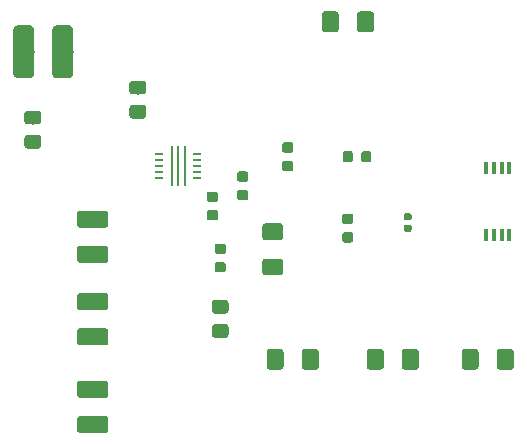
<source format=gbr>
G04 #@! TF.GenerationSoftware,KiCad,Pcbnew,(5.1.4)-1*
G04 #@! TF.CreationDate,2020-02-03T09:21:52-06:00*
G04 #@! TF.ProjectId,Boost,426f6f73-742e-46b6-9963-61645f706362,rev?*
G04 #@! TF.SameCoordinates,Original*
G04 #@! TF.FileFunction,Paste,Top*
G04 #@! TF.FilePolarity,Positive*
%FSLAX46Y46*%
G04 Gerber Fmt 4.6, Leading zero omitted, Abs format (unit mm)*
G04 Created by KiCad (PCBNEW (5.1.4)-1) date 2020-02-03 09:21:52*
%MOMM*%
%LPD*%
G04 APERTURE LIST*
%ADD10C,0.100000*%
%ADD11C,0.875000*%
%ADD12R,0.356000X1.016000*%
%ADD13C,1.800000*%
%ADD14C,1.150000*%
%ADD15C,1.425000*%
%ADD16C,0.590000*%
%ADD17R,0.700000X0.250000*%
%ADD18R,0.250000X3.400000*%
G04 APERTURE END LIST*
D10*
G36*
X143762291Y-99766653D02*
G01*
X143783526Y-99769803D01*
X143804350Y-99775019D01*
X143824562Y-99782251D01*
X143843968Y-99791430D01*
X143862381Y-99802466D01*
X143879624Y-99815254D01*
X143895530Y-99829670D01*
X143909946Y-99845576D01*
X143922734Y-99862819D01*
X143933770Y-99881232D01*
X143942949Y-99900638D01*
X143950181Y-99920850D01*
X143955397Y-99941674D01*
X143958547Y-99962909D01*
X143959600Y-99984350D01*
X143959600Y-100421850D01*
X143958547Y-100443291D01*
X143955397Y-100464526D01*
X143950181Y-100485350D01*
X143942949Y-100505562D01*
X143933770Y-100524968D01*
X143922734Y-100543381D01*
X143909946Y-100560624D01*
X143895530Y-100576530D01*
X143879624Y-100590946D01*
X143862381Y-100603734D01*
X143843968Y-100614770D01*
X143824562Y-100623949D01*
X143804350Y-100631181D01*
X143783526Y-100636397D01*
X143762291Y-100639547D01*
X143740850Y-100640600D01*
X143228350Y-100640600D01*
X143206909Y-100639547D01*
X143185674Y-100636397D01*
X143164850Y-100631181D01*
X143144638Y-100623949D01*
X143125232Y-100614770D01*
X143106819Y-100603734D01*
X143089576Y-100590946D01*
X143073670Y-100576530D01*
X143059254Y-100560624D01*
X143046466Y-100543381D01*
X143035430Y-100524968D01*
X143026251Y-100505562D01*
X143019019Y-100485350D01*
X143013803Y-100464526D01*
X143010653Y-100443291D01*
X143009600Y-100421850D01*
X143009600Y-99984350D01*
X143010653Y-99962909D01*
X143013803Y-99941674D01*
X143019019Y-99920850D01*
X143026251Y-99900638D01*
X143035430Y-99881232D01*
X143046466Y-99862819D01*
X143059254Y-99845576D01*
X143073670Y-99829670D01*
X143089576Y-99815254D01*
X143106819Y-99802466D01*
X143125232Y-99791430D01*
X143144638Y-99782251D01*
X143164850Y-99775019D01*
X143185674Y-99769803D01*
X143206909Y-99766653D01*
X143228350Y-99765600D01*
X143740850Y-99765600D01*
X143762291Y-99766653D01*
X143762291Y-99766653D01*
G37*
D11*
X143484600Y-100203100D03*
D10*
G36*
X143762291Y-98191653D02*
G01*
X143783526Y-98194803D01*
X143804350Y-98200019D01*
X143824562Y-98207251D01*
X143843968Y-98216430D01*
X143862381Y-98227466D01*
X143879624Y-98240254D01*
X143895530Y-98254670D01*
X143909946Y-98270576D01*
X143922734Y-98287819D01*
X143933770Y-98306232D01*
X143942949Y-98325638D01*
X143950181Y-98345850D01*
X143955397Y-98366674D01*
X143958547Y-98387909D01*
X143959600Y-98409350D01*
X143959600Y-98846850D01*
X143958547Y-98868291D01*
X143955397Y-98889526D01*
X143950181Y-98910350D01*
X143942949Y-98930562D01*
X143933770Y-98949968D01*
X143922734Y-98968381D01*
X143909946Y-98985624D01*
X143895530Y-99001530D01*
X143879624Y-99015946D01*
X143862381Y-99028734D01*
X143843968Y-99039770D01*
X143824562Y-99048949D01*
X143804350Y-99056181D01*
X143783526Y-99061397D01*
X143762291Y-99064547D01*
X143740850Y-99065600D01*
X143228350Y-99065600D01*
X143206909Y-99064547D01*
X143185674Y-99061397D01*
X143164850Y-99056181D01*
X143144638Y-99048949D01*
X143125232Y-99039770D01*
X143106819Y-99028734D01*
X143089576Y-99015946D01*
X143073670Y-99001530D01*
X143059254Y-98985624D01*
X143046466Y-98968381D01*
X143035430Y-98949968D01*
X143026251Y-98930562D01*
X143019019Y-98910350D01*
X143013803Y-98889526D01*
X143010653Y-98868291D01*
X143009600Y-98846850D01*
X143009600Y-98409350D01*
X143010653Y-98387909D01*
X143013803Y-98366674D01*
X143019019Y-98345850D01*
X143026251Y-98325638D01*
X143035430Y-98306232D01*
X143046466Y-98287819D01*
X143059254Y-98270576D01*
X143073670Y-98254670D01*
X143089576Y-98240254D01*
X143106819Y-98227466D01*
X143125232Y-98216430D01*
X143144638Y-98207251D01*
X143164850Y-98200019D01*
X143185674Y-98194803D01*
X143206909Y-98191653D01*
X143228350Y-98190600D01*
X143740850Y-98190600D01*
X143762291Y-98191653D01*
X143762291Y-98191653D01*
G37*
D11*
X143484600Y-98628100D03*
D10*
G36*
X146327691Y-98064853D02*
G01*
X146348926Y-98068003D01*
X146369750Y-98073219D01*
X146389962Y-98080451D01*
X146409368Y-98089630D01*
X146427781Y-98100666D01*
X146445024Y-98113454D01*
X146460930Y-98127870D01*
X146475346Y-98143776D01*
X146488134Y-98161019D01*
X146499170Y-98179432D01*
X146508349Y-98198838D01*
X146515581Y-98219050D01*
X146520797Y-98239874D01*
X146523947Y-98261109D01*
X146525000Y-98282550D01*
X146525000Y-98720050D01*
X146523947Y-98741491D01*
X146520797Y-98762726D01*
X146515581Y-98783550D01*
X146508349Y-98803762D01*
X146499170Y-98823168D01*
X146488134Y-98841581D01*
X146475346Y-98858824D01*
X146460930Y-98874730D01*
X146445024Y-98889146D01*
X146427781Y-98901934D01*
X146409368Y-98912970D01*
X146389962Y-98922149D01*
X146369750Y-98929381D01*
X146348926Y-98934597D01*
X146327691Y-98937747D01*
X146306250Y-98938800D01*
X145793750Y-98938800D01*
X145772309Y-98937747D01*
X145751074Y-98934597D01*
X145730250Y-98929381D01*
X145710038Y-98922149D01*
X145690632Y-98912970D01*
X145672219Y-98901934D01*
X145654976Y-98889146D01*
X145639070Y-98874730D01*
X145624654Y-98858824D01*
X145611866Y-98841581D01*
X145600830Y-98823168D01*
X145591651Y-98803762D01*
X145584419Y-98783550D01*
X145579203Y-98762726D01*
X145576053Y-98741491D01*
X145575000Y-98720050D01*
X145575000Y-98282550D01*
X145576053Y-98261109D01*
X145579203Y-98239874D01*
X145584419Y-98219050D01*
X145591651Y-98198838D01*
X145600830Y-98179432D01*
X145611866Y-98161019D01*
X145624654Y-98143776D01*
X145639070Y-98127870D01*
X145654976Y-98113454D01*
X145672219Y-98100666D01*
X145690632Y-98089630D01*
X145710038Y-98080451D01*
X145730250Y-98073219D01*
X145751074Y-98068003D01*
X145772309Y-98064853D01*
X145793750Y-98063800D01*
X146306250Y-98063800D01*
X146327691Y-98064853D01*
X146327691Y-98064853D01*
G37*
D11*
X146050000Y-98501300D03*
D10*
G36*
X146327691Y-96489853D02*
G01*
X146348926Y-96493003D01*
X146369750Y-96498219D01*
X146389962Y-96505451D01*
X146409368Y-96514630D01*
X146427781Y-96525666D01*
X146445024Y-96538454D01*
X146460930Y-96552870D01*
X146475346Y-96568776D01*
X146488134Y-96586019D01*
X146499170Y-96604432D01*
X146508349Y-96623838D01*
X146515581Y-96644050D01*
X146520797Y-96664874D01*
X146523947Y-96686109D01*
X146525000Y-96707550D01*
X146525000Y-97145050D01*
X146523947Y-97166491D01*
X146520797Y-97187726D01*
X146515581Y-97208550D01*
X146508349Y-97228762D01*
X146499170Y-97248168D01*
X146488134Y-97266581D01*
X146475346Y-97283824D01*
X146460930Y-97299730D01*
X146445024Y-97314146D01*
X146427781Y-97326934D01*
X146409368Y-97337970D01*
X146389962Y-97347149D01*
X146369750Y-97354381D01*
X146348926Y-97359597D01*
X146327691Y-97362747D01*
X146306250Y-97363800D01*
X145793750Y-97363800D01*
X145772309Y-97362747D01*
X145751074Y-97359597D01*
X145730250Y-97354381D01*
X145710038Y-97347149D01*
X145690632Y-97337970D01*
X145672219Y-97326934D01*
X145654976Y-97314146D01*
X145639070Y-97299730D01*
X145624654Y-97283824D01*
X145611866Y-97266581D01*
X145600830Y-97248168D01*
X145591651Y-97228762D01*
X145584419Y-97208550D01*
X145579203Y-97187726D01*
X145576053Y-97166491D01*
X145575000Y-97145050D01*
X145575000Y-96707550D01*
X145576053Y-96686109D01*
X145579203Y-96664874D01*
X145584419Y-96644050D01*
X145591651Y-96623838D01*
X145600830Y-96604432D01*
X145611866Y-96586019D01*
X145624654Y-96568776D01*
X145639070Y-96552870D01*
X145654976Y-96538454D01*
X145672219Y-96525666D01*
X145690632Y-96514630D01*
X145710038Y-96505451D01*
X145730250Y-96498219D01*
X145751074Y-96493003D01*
X145772309Y-96489853D01*
X145793750Y-96488800D01*
X146306250Y-96488800D01*
X146327691Y-96489853D01*
X146327691Y-96489853D01*
G37*
D11*
X146050000Y-96926300D03*
D10*
G36*
X155217691Y-100061053D02*
G01*
X155238926Y-100064203D01*
X155259750Y-100069419D01*
X155279962Y-100076651D01*
X155299368Y-100085830D01*
X155317781Y-100096866D01*
X155335024Y-100109654D01*
X155350930Y-100124070D01*
X155365346Y-100139976D01*
X155378134Y-100157219D01*
X155389170Y-100175632D01*
X155398349Y-100195038D01*
X155405581Y-100215250D01*
X155410797Y-100236074D01*
X155413947Y-100257309D01*
X155415000Y-100278750D01*
X155415000Y-100716250D01*
X155413947Y-100737691D01*
X155410797Y-100758926D01*
X155405581Y-100779750D01*
X155398349Y-100799962D01*
X155389170Y-100819368D01*
X155378134Y-100837781D01*
X155365346Y-100855024D01*
X155350930Y-100870930D01*
X155335024Y-100885346D01*
X155317781Y-100898134D01*
X155299368Y-100909170D01*
X155279962Y-100918349D01*
X155259750Y-100925581D01*
X155238926Y-100930797D01*
X155217691Y-100933947D01*
X155196250Y-100935000D01*
X154683750Y-100935000D01*
X154662309Y-100933947D01*
X154641074Y-100930797D01*
X154620250Y-100925581D01*
X154600038Y-100918349D01*
X154580632Y-100909170D01*
X154562219Y-100898134D01*
X154544976Y-100885346D01*
X154529070Y-100870930D01*
X154514654Y-100855024D01*
X154501866Y-100837781D01*
X154490830Y-100819368D01*
X154481651Y-100799962D01*
X154474419Y-100779750D01*
X154469203Y-100758926D01*
X154466053Y-100737691D01*
X154465000Y-100716250D01*
X154465000Y-100278750D01*
X154466053Y-100257309D01*
X154469203Y-100236074D01*
X154474419Y-100215250D01*
X154481651Y-100195038D01*
X154490830Y-100175632D01*
X154501866Y-100157219D01*
X154514654Y-100139976D01*
X154529070Y-100124070D01*
X154544976Y-100109654D01*
X154562219Y-100096866D01*
X154580632Y-100085830D01*
X154600038Y-100076651D01*
X154620250Y-100069419D01*
X154641074Y-100064203D01*
X154662309Y-100061053D01*
X154683750Y-100060000D01*
X155196250Y-100060000D01*
X155217691Y-100061053D01*
X155217691Y-100061053D01*
G37*
D11*
X154940000Y-100497500D03*
D10*
G36*
X155217691Y-101636053D02*
G01*
X155238926Y-101639203D01*
X155259750Y-101644419D01*
X155279962Y-101651651D01*
X155299368Y-101660830D01*
X155317781Y-101671866D01*
X155335024Y-101684654D01*
X155350930Y-101699070D01*
X155365346Y-101714976D01*
X155378134Y-101732219D01*
X155389170Y-101750632D01*
X155398349Y-101770038D01*
X155405581Y-101790250D01*
X155410797Y-101811074D01*
X155413947Y-101832309D01*
X155415000Y-101853750D01*
X155415000Y-102291250D01*
X155413947Y-102312691D01*
X155410797Y-102333926D01*
X155405581Y-102354750D01*
X155398349Y-102374962D01*
X155389170Y-102394368D01*
X155378134Y-102412781D01*
X155365346Y-102430024D01*
X155350930Y-102445930D01*
X155335024Y-102460346D01*
X155317781Y-102473134D01*
X155299368Y-102484170D01*
X155279962Y-102493349D01*
X155259750Y-102500581D01*
X155238926Y-102505797D01*
X155217691Y-102508947D01*
X155196250Y-102510000D01*
X154683750Y-102510000D01*
X154662309Y-102508947D01*
X154641074Y-102505797D01*
X154620250Y-102500581D01*
X154600038Y-102493349D01*
X154580632Y-102484170D01*
X154562219Y-102473134D01*
X154544976Y-102460346D01*
X154529070Y-102445930D01*
X154514654Y-102430024D01*
X154501866Y-102412781D01*
X154490830Y-102394368D01*
X154481651Y-102374962D01*
X154474419Y-102354750D01*
X154469203Y-102333926D01*
X154466053Y-102312691D01*
X154465000Y-102291250D01*
X154465000Y-101853750D01*
X154466053Y-101832309D01*
X154469203Y-101811074D01*
X154474419Y-101790250D01*
X154481651Y-101770038D01*
X154490830Y-101750632D01*
X154501866Y-101732219D01*
X154514654Y-101714976D01*
X154529070Y-101699070D01*
X154544976Y-101684654D01*
X154562219Y-101671866D01*
X154580632Y-101660830D01*
X154600038Y-101651651D01*
X154620250Y-101644419D01*
X154641074Y-101639203D01*
X154662309Y-101636053D01*
X154683750Y-101635000D01*
X155196250Y-101635000D01*
X155217691Y-101636053D01*
X155217691Y-101636053D01*
G37*
D11*
X154940000Y-102072500D03*
D10*
G36*
X155177691Y-94776053D02*
G01*
X155198926Y-94779203D01*
X155219750Y-94784419D01*
X155239962Y-94791651D01*
X155259368Y-94800830D01*
X155277781Y-94811866D01*
X155295024Y-94824654D01*
X155310930Y-94839070D01*
X155325346Y-94854976D01*
X155338134Y-94872219D01*
X155349170Y-94890632D01*
X155358349Y-94910038D01*
X155365581Y-94930250D01*
X155370797Y-94951074D01*
X155373947Y-94972309D01*
X155375000Y-94993750D01*
X155375000Y-95506250D01*
X155373947Y-95527691D01*
X155370797Y-95548926D01*
X155365581Y-95569750D01*
X155358349Y-95589962D01*
X155349170Y-95609368D01*
X155338134Y-95627781D01*
X155325346Y-95645024D01*
X155310930Y-95660930D01*
X155295024Y-95675346D01*
X155277781Y-95688134D01*
X155259368Y-95699170D01*
X155239962Y-95708349D01*
X155219750Y-95715581D01*
X155198926Y-95720797D01*
X155177691Y-95723947D01*
X155156250Y-95725000D01*
X154718750Y-95725000D01*
X154697309Y-95723947D01*
X154676074Y-95720797D01*
X154655250Y-95715581D01*
X154635038Y-95708349D01*
X154615632Y-95699170D01*
X154597219Y-95688134D01*
X154579976Y-95675346D01*
X154564070Y-95660930D01*
X154549654Y-95645024D01*
X154536866Y-95627781D01*
X154525830Y-95609368D01*
X154516651Y-95589962D01*
X154509419Y-95569750D01*
X154504203Y-95548926D01*
X154501053Y-95527691D01*
X154500000Y-95506250D01*
X154500000Y-94993750D01*
X154501053Y-94972309D01*
X154504203Y-94951074D01*
X154509419Y-94930250D01*
X154516651Y-94910038D01*
X154525830Y-94890632D01*
X154536866Y-94872219D01*
X154549654Y-94854976D01*
X154564070Y-94839070D01*
X154579976Y-94824654D01*
X154597219Y-94811866D01*
X154615632Y-94800830D01*
X154635038Y-94791651D01*
X154655250Y-94784419D01*
X154676074Y-94779203D01*
X154697309Y-94776053D01*
X154718750Y-94775000D01*
X155156250Y-94775000D01*
X155177691Y-94776053D01*
X155177691Y-94776053D01*
G37*
D11*
X154937500Y-95250000D03*
D10*
G36*
X156752691Y-94776053D02*
G01*
X156773926Y-94779203D01*
X156794750Y-94784419D01*
X156814962Y-94791651D01*
X156834368Y-94800830D01*
X156852781Y-94811866D01*
X156870024Y-94824654D01*
X156885930Y-94839070D01*
X156900346Y-94854976D01*
X156913134Y-94872219D01*
X156924170Y-94890632D01*
X156933349Y-94910038D01*
X156940581Y-94930250D01*
X156945797Y-94951074D01*
X156948947Y-94972309D01*
X156950000Y-94993750D01*
X156950000Y-95506250D01*
X156948947Y-95527691D01*
X156945797Y-95548926D01*
X156940581Y-95569750D01*
X156933349Y-95589962D01*
X156924170Y-95609368D01*
X156913134Y-95627781D01*
X156900346Y-95645024D01*
X156885930Y-95660930D01*
X156870024Y-95675346D01*
X156852781Y-95688134D01*
X156834368Y-95699170D01*
X156814962Y-95708349D01*
X156794750Y-95715581D01*
X156773926Y-95720797D01*
X156752691Y-95723947D01*
X156731250Y-95725000D01*
X156293750Y-95725000D01*
X156272309Y-95723947D01*
X156251074Y-95720797D01*
X156230250Y-95715581D01*
X156210038Y-95708349D01*
X156190632Y-95699170D01*
X156172219Y-95688134D01*
X156154976Y-95675346D01*
X156139070Y-95660930D01*
X156124654Y-95645024D01*
X156111866Y-95627781D01*
X156100830Y-95609368D01*
X156091651Y-95589962D01*
X156084419Y-95569750D01*
X156079203Y-95548926D01*
X156076053Y-95527691D01*
X156075000Y-95506250D01*
X156075000Y-94993750D01*
X156076053Y-94972309D01*
X156079203Y-94951074D01*
X156084419Y-94930250D01*
X156091651Y-94910038D01*
X156100830Y-94890632D01*
X156111866Y-94872219D01*
X156124654Y-94854976D01*
X156139070Y-94839070D01*
X156154976Y-94824654D01*
X156172219Y-94811866D01*
X156190632Y-94800830D01*
X156210038Y-94791651D01*
X156230250Y-94784419D01*
X156251074Y-94779203D01*
X156272309Y-94776053D01*
X156293750Y-94775000D01*
X156731250Y-94775000D01*
X156752691Y-94776053D01*
X156752691Y-94776053D01*
G37*
D11*
X156512500Y-95250000D03*
D10*
G36*
X150137691Y-95601053D02*
G01*
X150158926Y-95604203D01*
X150179750Y-95609419D01*
X150199962Y-95616651D01*
X150219368Y-95625830D01*
X150237781Y-95636866D01*
X150255024Y-95649654D01*
X150270930Y-95664070D01*
X150285346Y-95679976D01*
X150298134Y-95697219D01*
X150309170Y-95715632D01*
X150318349Y-95735038D01*
X150325581Y-95755250D01*
X150330797Y-95776074D01*
X150333947Y-95797309D01*
X150335000Y-95818750D01*
X150335000Y-96256250D01*
X150333947Y-96277691D01*
X150330797Y-96298926D01*
X150325581Y-96319750D01*
X150318349Y-96339962D01*
X150309170Y-96359368D01*
X150298134Y-96377781D01*
X150285346Y-96395024D01*
X150270930Y-96410930D01*
X150255024Y-96425346D01*
X150237781Y-96438134D01*
X150219368Y-96449170D01*
X150199962Y-96458349D01*
X150179750Y-96465581D01*
X150158926Y-96470797D01*
X150137691Y-96473947D01*
X150116250Y-96475000D01*
X149603750Y-96475000D01*
X149582309Y-96473947D01*
X149561074Y-96470797D01*
X149540250Y-96465581D01*
X149520038Y-96458349D01*
X149500632Y-96449170D01*
X149482219Y-96438134D01*
X149464976Y-96425346D01*
X149449070Y-96410930D01*
X149434654Y-96395024D01*
X149421866Y-96377781D01*
X149410830Y-96359368D01*
X149401651Y-96339962D01*
X149394419Y-96319750D01*
X149389203Y-96298926D01*
X149386053Y-96277691D01*
X149385000Y-96256250D01*
X149385000Y-95818750D01*
X149386053Y-95797309D01*
X149389203Y-95776074D01*
X149394419Y-95755250D01*
X149401651Y-95735038D01*
X149410830Y-95715632D01*
X149421866Y-95697219D01*
X149434654Y-95679976D01*
X149449070Y-95664070D01*
X149464976Y-95649654D01*
X149482219Y-95636866D01*
X149500632Y-95625830D01*
X149520038Y-95616651D01*
X149540250Y-95609419D01*
X149561074Y-95604203D01*
X149582309Y-95601053D01*
X149603750Y-95600000D01*
X150116250Y-95600000D01*
X150137691Y-95601053D01*
X150137691Y-95601053D01*
G37*
D11*
X149860000Y-96037500D03*
D10*
G36*
X150137691Y-94026053D02*
G01*
X150158926Y-94029203D01*
X150179750Y-94034419D01*
X150199962Y-94041651D01*
X150219368Y-94050830D01*
X150237781Y-94061866D01*
X150255024Y-94074654D01*
X150270930Y-94089070D01*
X150285346Y-94104976D01*
X150298134Y-94122219D01*
X150309170Y-94140632D01*
X150318349Y-94160038D01*
X150325581Y-94180250D01*
X150330797Y-94201074D01*
X150333947Y-94222309D01*
X150335000Y-94243750D01*
X150335000Y-94681250D01*
X150333947Y-94702691D01*
X150330797Y-94723926D01*
X150325581Y-94744750D01*
X150318349Y-94764962D01*
X150309170Y-94784368D01*
X150298134Y-94802781D01*
X150285346Y-94820024D01*
X150270930Y-94835930D01*
X150255024Y-94850346D01*
X150237781Y-94863134D01*
X150219368Y-94874170D01*
X150199962Y-94883349D01*
X150179750Y-94890581D01*
X150158926Y-94895797D01*
X150137691Y-94898947D01*
X150116250Y-94900000D01*
X149603750Y-94900000D01*
X149582309Y-94898947D01*
X149561074Y-94895797D01*
X149540250Y-94890581D01*
X149520038Y-94883349D01*
X149500632Y-94874170D01*
X149482219Y-94863134D01*
X149464976Y-94850346D01*
X149449070Y-94835930D01*
X149434654Y-94820024D01*
X149421866Y-94802781D01*
X149410830Y-94784368D01*
X149401651Y-94764962D01*
X149394419Y-94744750D01*
X149389203Y-94723926D01*
X149386053Y-94702691D01*
X149385000Y-94681250D01*
X149385000Y-94243750D01*
X149386053Y-94222309D01*
X149389203Y-94201074D01*
X149394419Y-94180250D01*
X149401651Y-94160038D01*
X149410830Y-94140632D01*
X149421866Y-94122219D01*
X149434654Y-94104976D01*
X149449070Y-94089070D01*
X149464976Y-94074654D01*
X149482219Y-94061866D01*
X149500632Y-94050830D01*
X149520038Y-94041651D01*
X149540250Y-94034419D01*
X149561074Y-94029203D01*
X149582309Y-94026053D01*
X149603750Y-94025000D01*
X150116250Y-94025000D01*
X150137691Y-94026053D01*
X150137691Y-94026053D01*
G37*
D11*
X149860000Y-94462500D03*
D10*
G36*
X144422691Y-104171053D02*
G01*
X144443926Y-104174203D01*
X144464750Y-104179419D01*
X144484962Y-104186651D01*
X144504368Y-104195830D01*
X144522781Y-104206866D01*
X144540024Y-104219654D01*
X144555930Y-104234070D01*
X144570346Y-104249976D01*
X144583134Y-104267219D01*
X144594170Y-104285632D01*
X144603349Y-104305038D01*
X144610581Y-104325250D01*
X144615797Y-104346074D01*
X144618947Y-104367309D01*
X144620000Y-104388750D01*
X144620000Y-104826250D01*
X144618947Y-104847691D01*
X144615797Y-104868926D01*
X144610581Y-104889750D01*
X144603349Y-104909962D01*
X144594170Y-104929368D01*
X144583134Y-104947781D01*
X144570346Y-104965024D01*
X144555930Y-104980930D01*
X144540024Y-104995346D01*
X144522781Y-105008134D01*
X144504368Y-105019170D01*
X144484962Y-105028349D01*
X144464750Y-105035581D01*
X144443926Y-105040797D01*
X144422691Y-105043947D01*
X144401250Y-105045000D01*
X143888750Y-105045000D01*
X143867309Y-105043947D01*
X143846074Y-105040797D01*
X143825250Y-105035581D01*
X143805038Y-105028349D01*
X143785632Y-105019170D01*
X143767219Y-105008134D01*
X143749976Y-104995346D01*
X143734070Y-104980930D01*
X143719654Y-104965024D01*
X143706866Y-104947781D01*
X143695830Y-104929368D01*
X143686651Y-104909962D01*
X143679419Y-104889750D01*
X143674203Y-104868926D01*
X143671053Y-104847691D01*
X143670000Y-104826250D01*
X143670000Y-104388750D01*
X143671053Y-104367309D01*
X143674203Y-104346074D01*
X143679419Y-104325250D01*
X143686651Y-104305038D01*
X143695830Y-104285632D01*
X143706866Y-104267219D01*
X143719654Y-104249976D01*
X143734070Y-104234070D01*
X143749976Y-104219654D01*
X143767219Y-104206866D01*
X143785632Y-104195830D01*
X143805038Y-104186651D01*
X143825250Y-104179419D01*
X143846074Y-104174203D01*
X143867309Y-104171053D01*
X143888750Y-104170000D01*
X144401250Y-104170000D01*
X144422691Y-104171053D01*
X144422691Y-104171053D01*
G37*
D11*
X144145000Y-104607500D03*
D10*
G36*
X144422691Y-102596053D02*
G01*
X144443926Y-102599203D01*
X144464750Y-102604419D01*
X144484962Y-102611651D01*
X144504368Y-102620830D01*
X144522781Y-102631866D01*
X144540024Y-102644654D01*
X144555930Y-102659070D01*
X144570346Y-102674976D01*
X144583134Y-102692219D01*
X144594170Y-102710632D01*
X144603349Y-102730038D01*
X144610581Y-102750250D01*
X144615797Y-102771074D01*
X144618947Y-102792309D01*
X144620000Y-102813750D01*
X144620000Y-103251250D01*
X144618947Y-103272691D01*
X144615797Y-103293926D01*
X144610581Y-103314750D01*
X144603349Y-103334962D01*
X144594170Y-103354368D01*
X144583134Y-103372781D01*
X144570346Y-103390024D01*
X144555930Y-103405930D01*
X144540024Y-103420346D01*
X144522781Y-103433134D01*
X144504368Y-103444170D01*
X144484962Y-103453349D01*
X144464750Y-103460581D01*
X144443926Y-103465797D01*
X144422691Y-103468947D01*
X144401250Y-103470000D01*
X143888750Y-103470000D01*
X143867309Y-103468947D01*
X143846074Y-103465797D01*
X143825250Y-103460581D01*
X143805038Y-103453349D01*
X143785632Y-103444170D01*
X143767219Y-103433134D01*
X143749976Y-103420346D01*
X143734070Y-103405930D01*
X143719654Y-103390024D01*
X143706866Y-103372781D01*
X143695830Y-103354368D01*
X143686651Y-103334962D01*
X143679419Y-103314750D01*
X143674203Y-103293926D01*
X143671053Y-103272691D01*
X143670000Y-103251250D01*
X143670000Y-102813750D01*
X143671053Y-102792309D01*
X143674203Y-102771074D01*
X143679419Y-102750250D01*
X143686651Y-102730038D01*
X143695830Y-102710632D01*
X143706866Y-102692219D01*
X143719654Y-102674976D01*
X143734070Y-102659070D01*
X143749976Y-102644654D01*
X143767219Y-102631866D01*
X143785632Y-102620830D01*
X143805038Y-102611651D01*
X143825250Y-102604419D01*
X143846074Y-102599203D01*
X143867309Y-102596053D01*
X143888750Y-102595000D01*
X144401250Y-102595000D01*
X144422691Y-102596053D01*
X144422691Y-102596053D01*
G37*
D11*
X144145000Y-103032500D03*
D12*
X166649500Y-96240500D03*
X167310500Y-96240500D03*
X167970500Y-96240500D03*
X168630500Y-96240500D03*
X166649500Y-101879500D03*
X167310500Y-101879500D03*
X167970500Y-101879500D03*
X168630500Y-101879500D03*
D10*
G36*
X128004108Y-84112167D02*
G01*
X128047791Y-84118647D01*
X128090628Y-84129377D01*
X128132208Y-84144254D01*
X128172129Y-84163135D01*
X128210007Y-84185839D01*
X128245477Y-84212145D01*
X128278198Y-84241802D01*
X128307855Y-84274523D01*
X128334161Y-84309993D01*
X128356865Y-84347871D01*
X128375746Y-84387792D01*
X128390623Y-84429372D01*
X128401353Y-84472209D01*
X128407833Y-84515892D01*
X128410000Y-84560000D01*
X128410000Y-88160000D01*
X128407833Y-88204108D01*
X128401353Y-88247791D01*
X128390623Y-88290628D01*
X128375746Y-88332208D01*
X128356865Y-88372129D01*
X128334161Y-88410007D01*
X128307855Y-88445477D01*
X128278198Y-88478198D01*
X128245477Y-88507855D01*
X128210007Y-88534161D01*
X128172129Y-88556865D01*
X128132208Y-88575746D01*
X128090628Y-88590623D01*
X128047791Y-88601353D01*
X128004108Y-88607833D01*
X127960000Y-88610000D01*
X127060000Y-88610000D01*
X127015892Y-88607833D01*
X126972209Y-88601353D01*
X126929372Y-88590623D01*
X126887792Y-88575746D01*
X126847871Y-88556865D01*
X126809993Y-88534161D01*
X126774523Y-88507855D01*
X126741802Y-88478198D01*
X126712145Y-88445477D01*
X126685839Y-88410007D01*
X126663135Y-88372129D01*
X126644254Y-88332208D01*
X126629377Y-88290628D01*
X126618647Y-88247791D01*
X126612167Y-88204108D01*
X126610000Y-88160000D01*
X126610000Y-84560000D01*
X126612167Y-84515892D01*
X126618647Y-84472209D01*
X126629377Y-84429372D01*
X126644254Y-84387792D01*
X126663135Y-84347871D01*
X126685839Y-84309993D01*
X126712145Y-84274523D01*
X126741802Y-84241802D01*
X126774523Y-84212145D01*
X126809993Y-84185839D01*
X126847871Y-84163135D01*
X126887792Y-84144254D01*
X126929372Y-84129377D01*
X126972209Y-84118647D01*
X127015892Y-84112167D01*
X127060000Y-84110000D01*
X127960000Y-84110000D01*
X128004108Y-84112167D01*
X128004108Y-84112167D01*
G37*
D13*
X127510000Y-86360000D03*
D10*
G36*
X131304108Y-84112167D02*
G01*
X131347791Y-84118647D01*
X131390628Y-84129377D01*
X131432208Y-84144254D01*
X131472129Y-84163135D01*
X131510007Y-84185839D01*
X131545477Y-84212145D01*
X131578198Y-84241802D01*
X131607855Y-84274523D01*
X131634161Y-84309993D01*
X131656865Y-84347871D01*
X131675746Y-84387792D01*
X131690623Y-84429372D01*
X131701353Y-84472209D01*
X131707833Y-84515892D01*
X131710000Y-84560000D01*
X131710000Y-88160000D01*
X131707833Y-88204108D01*
X131701353Y-88247791D01*
X131690623Y-88290628D01*
X131675746Y-88332208D01*
X131656865Y-88372129D01*
X131634161Y-88410007D01*
X131607855Y-88445477D01*
X131578198Y-88478198D01*
X131545477Y-88507855D01*
X131510007Y-88534161D01*
X131472129Y-88556865D01*
X131432208Y-88575746D01*
X131390628Y-88590623D01*
X131347791Y-88601353D01*
X131304108Y-88607833D01*
X131260000Y-88610000D01*
X130360000Y-88610000D01*
X130315892Y-88607833D01*
X130272209Y-88601353D01*
X130229372Y-88590623D01*
X130187792Y-88575746D01*
X130147871Y-88556865D01*
X130109993Y-88534161D01*
X130074523Y-88507855D01*
X130041802Y-88478198D01*
X130012145Y-88445477D01*
X129985839Y-88410007D01*
X129963135Y-88372129D01*
X129944254Y-88332208D01*
X129929377Y-88290628D01*
X129918647Y-88247791D01*
X129912167Y-88204108D01*
X129910000Y-88160000D01*
X129910000Y-84560000D01*
X129912167Y-84515892D01*
X129918647Y-84472209D01*
X129929377Y-84429372D01*
X129944254Y-84387792D01*
X129963135Y-84347871D01*
X129985839Y-84309993D01*
X130012145Y-84274523D01*
X130041802Y-84241802D01*
X130074523Y-84212145D01*
X130109993Y-84185839D01*
X130147871Y-84163135D01*
X130187792Y-84144254D01*
X130229372Y-84129377D01*
X130272209Y-84118647D01*
X130315892Y-84112167D01*
X130360000Y-84110000D01*
X131260000Y-84110000D01*
X131304108Y-84112167D01*
X131304108Y-84112167D01*
G37*
D13*
X130810000Y-86360000D03*
D10*
G36*
X137634505Y-88816204D02*
G01*
X137658773Y-88819804D01*
X137682572Y-88825765D01*
X137705671Y-88834030D01*
X137727850Y-88844520D01*
X137748893Y-88857132D01*
X137768599Y-88871747D01*
X137786777Y-88888223D01*
X137803253Y-88906401D01*
X137817868Y-88926107D01*
X137830480Y-88947150D01*
X137840970Y-88969329D01*
X137849235Y-88992428D01*
X137855196Y-89016227D01*
X137858796Y-89040495D01*
X137860000Y-89064999D01*
X137860000Y-89715001D01*
X137858796Y-89739505D01*
X137855196Y-89763773D01*
X137849235Y-89787572D01*
X137840970Y-89810671D01*
X137830480Y-89832850D01*
X137817868Y-89853893D01*
X137803253Y-89873599D01*
X137786777Y-89891777D01*
X137768599Y-89908253D01*
X137748893Y-89922868D01*
X137727850Y-89935480D01*
X137705671Y-89945970D01*
X137682572Y-89954235D01*
X137658773Y-89960196D01*
X137634505Y-89963796D01*
X137610001Y-89965000D01*
X136709999Y-89965000D01*
X136685495Y-89963796D01*
X136661227Y-89960196D01*
X136637428Y-89954235D01*
X136614329Y-89945970D01*
X136592150Y-89935480D01*
X136571107Y-89922868D01*
X136551401Y-89908253D01*
X136533223Y-89891777D01*
X136516747Y-89873599D01*
X136502132Y-89853893D01*
X136489520Y-89832850D01*
X136479030Y-89810671D01*
X136470765Y-89787572D01*
X136464804Y-89763773D01*
X136461204Y-89739505D01*
X136460000Y-89715001D01*
X136460000Y-89064999D01*
X136461204Y-89040495D01*
X136464804Y-89016227D01*
X136470765Y-88992428D01*
X136479030Y-88969329D01*
X136489520Y-88947150D01*
X136502132Y-88926107D01*
X136516747Y-88906401D01*
X136533223Y-88888223D01*
X136551401Y-88871747D01*
X136571107Y-88857132D01*
X136592150Y-88844520D01*
X136614329Y-88834030D01*
X136637428Y-88825765D01*
X136661227Y-88819804D01*
X136685495Y-88816204D01*
X136709999Y-88815000D01*
X137610001Y-88815000D01*
X137634505Y-88816204D01*
X137634505Y-88816204D01*
G37*
D14*
X137160000Y-89390000D03*
D10*
G36*
X137634505Y-90866204D02*
G01*
X137658773Y-90869804D01*
X137682572Y-90875765D01*
X137705671Y-90884030D01*
X137727850Y-90894520D01*
X137748893Y-90907132D01*
X137768599Y-90921747D01*
X137786777Y-90938223D01*
X137803253Y-90956401D01*
X137817868Y-90976107D01*
X137830480Y-90997150D01*
X137840970Y-91019329D01*
X137849235Y-91042428D01*
X137855196Y-91066227D01*
X137858796Y-91090495D01*
X137860000Y-91114999D01*
X137860000Y-91765001D01*
X137858796Y-91789505D01*
X137855196Y-91813773D01*
X137849235Y-91837572D01*
X137840970Y-91860671D01*
X137830480Y-91882850D01*
X137817868Y-91903893D01*
X137803253Y-91923599D01*
X137786777Y-91941777D01*
X137768599Y-91958253D01*
X137748893Y-91972868D01*
X137727850Y-91985480D01*
X137705671Y-91995970D01*
X137682572Y-92004235D01*
X137658773Y-92010196D01*
X137634505Y-92013796D01*
X137610001Y-92015000D01*
X136709999Y-92015000D01*
X136685495Y-92013796D01*
X136661227Y-92010196D01*
X136637428Y-92004235D01*
X136614329Y-91995970D01*
X136592150Y-91985480D01*
X136571107Y-91972868D01*
X136551401Y-91958253D01*
X136533223Y-91941777D01*
X136516747Y-91923599D01*
X136502132Y-91903893D01*
X136489520Y-91882850D01*
X136479030Y-91860671D01*
X136470765Y-91837572D01*
X136464804Y-91813773D01*
X136461204Y-91789505D01*
X136460000Y-91765001D01*
X136460000Y-91114999D01*
X136461204Y-91090495D01*
X136464804Y-91066227D01*
X136470765Y-91042428D01*
X136479030Y-91019329D01*
X136489520Y-90997150D01*
X136502132Y-90976107D01*
X136516747Y-90956401D01*
X136533223Y-90938223D01*
X136551401Y-90921747D01*
X136571107Y-90907132D01*
X136592150Y-90894520D01*
X136614329Y-90884030D01*
X136637428Y-90875765D01*
X136661227Y-90869804D01*
X136685495Y-90866204D01*
X136709999Y-90865000D01*
X137610001Y-90865000D01*
X137634505Y-90866204D01*
X137634505Y-90866204D01*
G37*
D14*
X137160000Y-91440000D03*
D10*
G36*
X153939504Y-82946204D02*
G01*
X153963773Y-82949804D01*
X153987571Y-82955765D01*
X154010671Y-82964030D01*
X154032849Y-82974520D01*
X154053893Y-82987133D01*
X154073598Y-83001747D01*
X154091777Y-83018223D01*
X154108253Y-83036402D01*
X154122867Y-83056107D01*
X154135480Y-83077151D01*
X154145970Y-83099329D01*
X154154235Y-83122429D01*
X154160196Y-83146227D01*
X154163796Y-83170496D01*
X154165000Y-83195000D01*
X154165000Y-84445000D01*
X154163796Y-84469504D01*
X154160196Y-84493773D01*
X154154235Y-84517571D01*
X154145970Y-84540671D01*
X154135480Y-84562849D01*
X154122867Y-84583893D01*
X154108253Y-84603598D01*
X154091777Y-84621777D01*
X154073598Y-84638253D01*
X154053893Y-84652867D01*
X154032849Y-84665480D01*
X154010671Y-84675970D01*
X153987571Y-84684235D01*
X153963773Y-84690196D01*
X153939504Y-84693796D01*
X153915000Y-84695000D01*
X152990000Y-84695000D01*
X152965496Y-84693796D01*
X152941227Y-84690196D01*
X152917429Y-84684235D01*
X152894329Y-84675970D01*
X152872151Y-84665480D01*
X152851107Y-84652867D01*
X152831402Y-84638253D01*
X152813223Y-84621777D01*
X152796747Y-84603598D01*
X152782133Y-84583893D01*
X152769520Y-84562849D01*
X152759030Y-84540671D01*
X152750765Y-84517571D01*
X152744804Y-84493773D01*
X152741204Y-84469504D01*
X152740000Y-84445000D01*
X152740000Y-83195000D01*
X152741204Y-83170496D01*
X152744804Y-83146227D01*
X152750765Y-83122429D01*
X152759030Y-83099329D01*
X152769520Y-83077151D01*
X152782133Y-83056107D01*
X152796747Y-83036402D01*
X152813223Y-83018223D01*
X152831402Y-83001747D01*
X152851107Y-82987133D01*
X152872151Y-82974520D01*
X152894329Y-82964030D01*
X152917429Y-82955765D01*
X152941227Y-82949804D01*
X152965496Y-82946204D01*
X152990000Y-82945000D01*
X153915000Y-82945000D01*
X153939504Y-82946204D01*
X153939504Y-82946204D01*
G37*
D15*
X153452500Y-83820000D03*
D10*
G36*
X156914504Y-82946204D02*
G01*
X156938773Y-82949804D01*
X156962571Y-82955765D01*
X156985671Y-82964030D01*
X157007849Y-82974520D01*
X157028893Y-82987133D01*
X157048598Y-83001747D01*
X157066777Y-83018223D01*
X157083253Y-83036402D01*
X157097867Y-83056107D01*
X157110480Y-83077151D01*
X157120970Y-83099329D01*
X157129235Y-83122429D01*
X157135196Y-83146227D01*
X157138796Y-83170496D01*
X157140000Y-83195000D01*
X157140000Y-84445000D01*
X157138796Y-84469504D01*
X157135196Y-84493773D01*
X157129235Y-84517571D01*
X157120970Y-84540671D01*
X157110480Y-84562849D01*
X157097867Y-84583893D01*
X157083253Y-84603598D01*
X157066777Y-84621777D01*
X157048598Y-84638253D01*
X157028893Y-84652867D01*
X157007849Y-84665480D01*
X156985671Y-84675970D01*
X156962571Y-84684235D01*
X156938773Y-84690196D01*
X156914504Y-84693796D01*
X156890000Y-84695000D01*
X155965000Y-84695000D01*
X155940496Y-84693796D01*
X155916227Y-84690196D01*
X155892429Y-84684235D01*
X155869329Y-84675970D01*
X155847151Y-84665480D01*
X155826107Y-84652867D01*
X155806402Y-84638253D01*
X155788223Y-84621777D01*
X155771747Y-84603598D01*
X155757133Y-84583893D01*
X155744520Y-84562849D01*
X155734030Y-84540671D01*
X155725765Y-84517571D01*
X155719804Y-84493773D01*
X155716204Y-84469504D01*
X155715000Y-84445000D01*
X155715000Y-83195000D01*
X155716204Y-83170496D01*
X155719804Y-83146227D01*
X155725765Y-83122429D01*
X155734030Y-83099329D01*
X155744520Y-83077151D01*
X155757133Y-83056107D01*
X155771747Y-83036402D01*
X155788223Y-83018223D01*
X155806402Y-83001747D01*
X155826107Y-82987133D01*
X155847151Y-82974520D01*
X155869329Y-82964030D01*
X155892429Y-82955765D01*
X155916227Y-82949804D01*
X155940496Y-82946204D01*
X155965000Y-82945000D01*
X156890000Y-82945000D01*
X156914504Y-82946204D01*
X156914504Y-82946204D01*
G37*
D15*
X156427500Y-83820000D03*
D10*
G36*
X149277004Y-111521204D02*
G01*
X149301273Y-111524804D01*
X149325071Y-111530765D01*
X149348171Y-111539030D01*
X149370349Y-111549520D01*
X149391393Y-111562133D01*
X149411098Y-111576747D01*
X149429277Y-111593223D01*
X149445753Y-111611402D01*
X149460367Y-111631107D01*
X149472980Y-111652151D01*
X149483470Y-111674329D01*
X149491735Y-111697429D01*
X149497696Y-111721227D01*
X149501296Y-111745496D01*
X149502500Y-111770000D01*
X149502500Y-113020000D01*
X149501296Y-113044504D01*
X149497696Y-113068773D01*
X149491735Y-113092571D01*
X149483470Y-113115671D01*
X149472980Y-113137849D01*
X149460367Y-113158893D01*
X149445753Y-113178598D01*
X149429277Y-113196777D01*
X149411098Y-113213253D01*
X149391393Y-113227867D01*
X149370349Y-113240480D01*
X149348171Y-113250970D01*
X149325071Y-113259235D01*
X149301273Y-113265196D01*
X149277004Y-113268796D01*
X149252500Y-113270000D01*
X148327500Y-113270000D01*
X148302996Y-113268796D01*
X148278727Y-113265196D01*
X148254929Y-113259235D01*
X148231829Y-113250970D01*
X148209651Y-113240480D01*
X148188607Y-113227867D01*
X148168902Y-113213253D01*
X148150723Y-113196777D01*
X148134247Y-113178598D01*
X148119633Y-113158893D01*
X148107020Y-113137849D01*
X148096530Y-113115671D01*
X148088265Y-113092571D01*
X148082304Y-113068773D01*
X148078704Y-113044504D01*
X148077500Y-113020000D01*
X148077500Y-111770000D01*
X148078704Y-111745496D01*
X148082304Y-111721227D01*
X148088265Y-111697429D01*
X148096530Y-111674329D01*
X148107020Y-111652151D01*
X148119633Y-111631107D01*
X148134247Y-111611402D01*
X148150723Y-111593223D01*
X148168902Y-111576747D01*
X148188607Y-111562133D01*
X148209651Y-111549520D01*
X148231829Y-111539030D01*
X148254929Y-111530765D01*
X148278727Y-111524804D01*
X148302996Y-111521204D01*
X148327500Y-111520000D01*
X149252500Y-111520000D01*
X149277004Y-111521204D01*
X149277004Y-111521204D01*
G37*
D15*
X148790000Y-112395000D03*
D10*
G36*
X152252004Y-111521204D02*
G01*
X152276273Y-111524804D01*
X152300071Y-111530765D01*
X152323171Y-111539030D01*
X152345349Y-111549520D01*
X152366393Y-111562133D01*
X152386098Y-111576747D01*
X152404277Y-111593223D01*
X152420753Y-111611402D01*
X152435367Y-111631107D01*
X152447980Y-111652151D01*
X152458470Y-111674329D01*
X152466735Y-111697429D01*
X152472696Y-111721227D01*
X152476296Y-111745496D01*
X152477500Y-111770000D01*
X152477500Y-113020000D01*
X152476296Y-113044504D01*
X152472696Y-113068773D01*
X152466735Y-113092571D01*
X152458470Y-113115671D01*
X152447980Y-113137849D01*
X152435367Y-113158893D01*
X152420753Y-113178598D01*
X152404277Y-113196777D01*
X152386098Y-113213253D01*
X152366393Y-113227867D01*
X152345349Y-113240480D01*
X152323171Y-113250970D01*
X152300071Y-113259235D01*
X152276273Y-113265196D01*
X152252004Y-113268796D01*
X152227500Y-113270000D01*
X151302500Y-113270000D01*
X151277996Y-113268796D01*
X151253727Y-113265196D01*
X151229929Y-113259235D01*
X151206829Y-113250970D01*
X151184651Y-113240480D01*
X151163607Y-113227867D01*
X151143902Y-113213253D01*
X151125723Y-113196777D01*
X151109247Y-113178598D01*
X151094633Y-113158893D01*
X151082020Y-113137849D01*
X151071530Y-113115671D01*
X151063265Y-113092571D01*
X151057304Y-113068773D01*
X151053704Y-113044504D01*
X151052500Y-113020000D01*
X151052500Y-111770000D01*
X151053704Y-111745496D01*
X151057304Y-111721227D01*
X151063265Y-111697429D01*
X151071530Y-111674329D01*
X151082020Y-111652151D01*
X151094633Y-111631107D01*
X151109247Y-111611402D01*
X151125723Y-111593223D01*
X151143902Y-111576747D01*
X151163607Y-111562133D01*
X151184651Y-111549520D01*
X151206829Y-111539030D01*
X151229929Y-111530765D01*
X151253727Y-111524804D01*
X151277996Y-111521204D01*
X151302500Y-111520000D01*
X152227500Y-111520000D01*
X152252004Y-111521204D01*
X152252004Y-111521204D01*
G37*
D15*
X151765000Y-112395000D03*
D10*
G36*
X157749504Y-111521204D02*
G01*
X157773773Y-111524804D01*
X157797571Y-111530765D01*
X157820671Y-111539030D01*
X157842849Y-111549520D01*
X157863893Y-111562133D01*
X157883598Y-111576747D01*
X157901777Y-111593223D01*
X157918253Y-111611402D01*
X157932867Y-111631107D01*
X157945480Y-111652151D01*
X157955970Y-111674329D01*
X157964235Y-111697429D01*
X157970196Y-111721227D01*
X157973796Y-111745496D01*
X157975000Y-111770000D01*
X157975000Y-113020000D01*
X157973796Y-113044504D01*
X157970196Y-113068773D01*
X157964235Y-113092571D01*
X157955970Y-113115671D01*
X157945480Y-113137849D01*
X157932867Y-113158893D01*
X157918253Y-113178598D01*
X157901777Y-113196777D01*
X157883598Y-113213253D01*
X157863893Y-113227867D01*
X157842849Y-113240480D01*
X157820671Y-113250970D01*
X157797571Y-113259235D01*
X157773773Y-113265196D01*
X157749504Y-113268796D01*
X157725000Y-113270000D01*
X156800000Y-113270000D01*
X156775496Y-113268796D01*
X156751227Y-113265196D01*
X156727429Y-113259235D01*
X156704329Y-113250970D01*
X156682151Y-113240480D01*
X156661107Y-113227867D01*
X156641402Y-113213253D01*
X156623223Y-113196777D01*
X156606747Y-113178598D01*
X156592133Y-113158893D01*
X156579520Y-113137849D01*
X156569030Y-113115671D01*
X156560765Y-113092571D01*
X156554804Y-113068773D01*
X156551204Y-113044504D01*
X156550000Y-113020000D01*
X156550000Y-111770000D01*
X156551204Y-111745496D01*
X156554804Y-111721227D01*
X156560765Y-111697429D01*
X156569030Y-111674329D01*
X156579520Y-111652151D01*
X156592133Y-111631107D01*
X156606747Y-111611402D01*
X156623223Y-111593223D01*
X156641402Y-111576747D01*
X156661107Y-111562133D01*
X156682151Y-111549520D01*
X156704329Y-111539030D01*
X156727429Y-111530765D01*
X156751227Y-111524804D01*
X156775496Y-111521204D01*
X156800000Y-111520000D01*
X157725000Y-111520000D01*
X157749504Y-111521204D01*
X157749504Y-111521204D01*
G37*
D15*
X157262500Y-112395000D03*
D10*
G36*
X160724504Y-111521204D02*
G01*
X160748773Y-111524804D01*
X160772571Y-111530765D01*
X160795671Y-111539030D01*
X160817849Y-111549520D01*
X160838893Y-111562133D01*
X160858598Y-111576747D01*
X160876777Y-111593223D01*
X160893253Y-111611402D01*
X160907867Y-111631107D01*
X160920480Y-111652151D01*
X160930970Y-111674329D01*
X160939235Y-111697429D01*
X160945196Y-111721227D01*
X160948796Y-111745496D01*
X160950000Y-111770000D01*
X160950000Y-113020000D01*
X160948796Y-113044504D01*
X160945196Y-113068773D01*
X160939235Y-113092571D01*
X160930970Y-113115671D01*
X160920480Y-113137849D01*
X160907867Y-113158893D01*
X160893253Y-113178598D01*
X160876777Y-113196777D01*
X160858598Y-113213253D01*
X160838893Y-113227867D01*
X160817849Y-113240480D01*
X160795671Y-113250970D01*
X160772571Y-113259235D01*
X160748773Y-113265196D01*
X160724504Y-113268796D01*
X160700000Y-113270000D01*
X159775000Y-113270000D01*
X159750496Y-113268796D01*
X159726227Y-113265196D01*
X159702429Y-113259235D01*
X159679329Y-113250970D01*
X159657151Y-113240480D01*
X159636107Y-113227867D01*
X159616402Y-113213253D01*
X159598223Y-113196777D01*
X159581747Y-113178598D01*
X159567133Y-113158893D01*
X159554520Y-113137849D01*
X159544030Y-113115671D01*
X159535765Y-113092571D01*
X159529804Y-113068773D01*
X159526204Y-113044504D01*
X159525000Y-113020000D01*
X159525000Y-111770000D01*
X159526204Y-111745496D01*
X159529804Y-111721227D01*
X159535765Y-111697429D01*
X159544030Y-111674329D01*
X159554520Y-111652151D01*
X159567133Y-111631107D01*
X159581747Y-111611402D01*
X159598223Y-111593223D01*
X159616402Y-111576747D01*
X159636107Y-111562133D01*
X159657151Y-111549520D01*
X159679329Y-111539030D01*
X159702429Y-111530765D01*
X159726227Y-111524804D01*
X159750496Y-111521204D01*
X159775000Y-111520000D01*
X160700000Y-111520000D01*
X160724504Y-111521204D01*
X160724504Y-111521204D01*
G37*
D15*
X160237500Y-112395000D03*
D10*
G36*
X165787004Y-111521204D02*
G01*
X165811273Y-111524804D01*
X165835071Y-111530765D01*
X165858171Y-111539030D01*
X165880349Y-111549520D01*
X165901393Y-111562133D01*
X165921098Y-111576747D01*
X165939277Y-111593223D01*
X165955753Y-111611402D01*
X165970367Y-111631107D01*
X165982980Y-111652151D01*
X165993470Y-111674329D01*
X166001735Y-111697429D01*
X166007696Y-111721227D01*
X166011296Y-111745496D01*
X166012500Y-111770000D01*
X166012500Y-113020000D01*
X166011296Y-113044504D01*
X166007696Y-113068773D01*
X166001735Y-113092571D01*
X165993470Y-113115671D01*
X165982980Y-113137849D01*
X165970367Y-113158893D01*
X165955753Y-113178598D01*
X165939277Y-113196777D01*
X165921098Y-113213253D01*
X165901393Y-113227867D01*
X165880349Y-113240480D01*
X165858171Y-113250970D01*
X165835071Y-113259235D01*
X165811273Y-113265196D01*
X165787004Y-113268796D01*
X165762500Y-113270000D01*
X164837500Y-113270000D01*
X164812996Y-113268796D01*
X164788727Y-113265196D01*
X164764929Y-113259235D01*
X164741829Y-113250970D01*
X164719651Y-113240480D01*
X164698607Y-113227867D01*
X164678902Y-113213253D01*
X164660723Y-113196777D01*
X164644247Y-113178598D01*
X164629633Y-113158893D01*
X164617020Y-113137849D01*
X164606530Y-113115671D01*
X164598265Y-113092571D01*
X164592304Y-113068773D01*
X164588704Y-113044504D01*
X164587500Y-113020000D01*
X164587500Y-111770000D01*
X164588704Y-111745496D01*
X164592304Y-111721227D01*
X164598265Y-111697429D01*
X164606530Y-111674329D01*
X164617020Y-111652151D01*
X164629633Y-111631107D01*
X164644247Y-111611402D01*
X164660723Y-111593223D01*
X164678902Y-111576747D01*
X164698607Y-111562133D01*
X164719651Y-111549520D01*
X164741829Y-111539030D01*
X164764929Y-111530765D01*
X164788727Y-111524804D01*
X164812996Y-111521204D01*
X164837500Y-111520000D01*
X165762500Y-111520000D01*
X165787004Y-111521204D01*
X165787004Y-111521204D01*
G37*
D15*
X165300000Y-112395000D03*
D10*
G36*
X168762004Y-111521204D02*
G01*
X168786273Y-111524804D01*
X168810071Y-111530765D01*
X168833171Y-111539030D01*
X168855349Y-111549520D01*
X168876393Y-111562133D01*
X168896098Y-111576747D01*
X168914277Y-111593223D01*
X168930753Y-111611402D01*
X168945367Y-111631107D01*
X168957980Y-111652151D01*
X168968470Y-111674329D01*
X168976735Y-111697429D01*
X168982696Y-111721227D01*
X168986296Y-111745496D01*
X168987500Y-111770000D01*
X168987500Y-113020000D01*
X168986296Y-113044504D01*
X168982696Y-113068773D01*
X168976735Y-113092571D01*
X168968470Y-113115671D01*
X168957980Y-113137849D01*
X168945367Y-113158893D01*
X168930753Y-113178598D01*
X168914277Y-113196777D01*
X168896098Y-113213253D01*
X168876393Y-113227867D01*
X168855349Y-113240480D01*
X168833171Y-113250970D01*
X168810071Y-113259235D01*
X168786273Y-113265196D01*
X168762004Y-113268796D01*
X168737500Y-113270000D01*
X167812500Y-113270000D01*
X167787996Y-113268796D01*
X167763727Y-113265196D01*
X167739929Y-113259235D01*
X167716829Y-113250970D01*
X167694651Y-113240480D01*
X167673607Y-113227867D01*
X167653902Y-113213253D01*
X167635723Y-113196777D01*
X167619247Y-113178598D01*
X167604633Y-113158893D01*
X167592020Y-113137849D01*
X167581530Y-113115671D01*
X167573265Y-113092571D01*
X167567304Y-113068773D01*
X167563704Y-113044504D01*
X167562500Y-113020000D01*
X167562500Y-111770000D01*
X167563704Y-111745496D01*
X167567304Y-111721227D01*
X167573265Y-111697429D01*
X167581530Y-111674329D01*
X167592020Y-111652151D01*
X167604633Y-111631107D01*
X167619247Y-111611402D01*
X167635723Y-111593223D01*
X167653902Y-111576747D01*
X167673607Y-111562133D01*
X167694651Y-111549520D01*
X167716829Y-111539030D01*
X167739929Y-111530765D01*
X167763727Y-111524804D01*
X167787996Y-111521204D01*
X167812500Y-111520000D01*
X168737500Y-111520000D01*
X168762004Y-111521204D01*
X168762004Y-111521204D01*
G37*
D15*
X168275000Y-112395000D03*
D10*
G36*
X149239504Y-103863704D02*
G01*
X149263773Y-103867304D01*
X149287571Y-103873265D01*
X149310671Y-103881530D01*
X149332849Y-103892020D01*
X149353893Y-103904633D01*
X149373598Y-103919247D01*
X149391777Y-103935723D01*
X149408253Y-103953902D01*
X149422867Y-103973607D01*
X149435480Y-103994651D01*
X149445970Y-104016829D01*
X149454235Y-104039929D01*
X149460196Y-104063727D01*
X149463796Y-104087996D01*
X149465000Y-104112500D01*
X149465000Y-105037500D01*
X149463796Y-105062004D01*
X149460196Y-105086273D01*
X149454235Y-105110071D01*
X149445970Y-105133171D01*
X149435480Y-105155349D01*
X149422867Y-105176393D01*
X149408253Y-105196098D01*
X149391777Y-105214277D01*
X149373598Y-105230753D01*
X149353893Y-105245367D01*
X149332849Y-105257980D01*
X149310671Y-105268470D01*
X149287571Y-105276735D01*
X149263773Y-105282696D01*
X149239504Y-105286296D01*
X149215000Y-105287500D01*
X147965000Y-105287500D01*
X147940496Y-105286296D01*
X147916227Y-105282696D01*
X147892429Y-105276735D01*
X147869329Y-105268470D01*
X147847151Y-105257980D01*
X147826107Y-105245367D01*
X147806402Y-105230753D01*
X147788223Y-105214277D01*
X147771747Y-105196098D01*
X147757133Y-105176393D01*
X147744520Y-105155349D01*
X147734030Y-105133171D01*
X147725765Y-105110071D01*
X147719804Y-105086273D01*
X147716204Y-105062004D01*
X147715000Y-105037500D01*
X147715000Y-104112500D01*
X147716204Y-104087996D01*
X147719804Y-104063727D01*
X147725765Y-104039929D01*
X147734030Y-104016829D01*
X147744520Y-103994651D01*
X147757133Y-103973607D01*
X147771747Y-103953902D01*
X147788223Y-103935723D01*
X147806402Y-103919247D01*
X147826107Y-103904633D01*
X147847151Y-103892020D01*
X147869329Y-103881530D01*
X147892429Y-103873265D01*
X147916227Y-103867304D01*
X147940496Y-103863704D01*
X147965000Y-103862500D01*
X149215000Y-103862500D01*
X149239504Y-103863704D01*
X149239504Y-103863704D01*
G37*
D15*
X148590000Y-104575000D03*
D10*
G36*
X149239504Y-100888704D02*
G01*
X149263773Y-100892304D01*
X149287571Y-100898265D01*
X149310671Y-100906530D01*
X149332849Y-100917020D01*
X149353893Y-100929633D01*
X149373598Y-100944247D01*
X149391777Y-100960723D01*
X149408253Y-100978902D01*
X149422867Y-100998607D01*
X149435480Y-101019651D01*
X149445970Y-101041829D01*
X149454235Y-101064929D01*
X149460196Y-101088727D01*
X149463796Y-101112996D01*
X149465000Y-101137500D01*
X149465000Y-102062500D01*
X149463796Y-102087004D01*
X149460196Y-102111273D01*
X149454235Y-102135071D01*
X149445970Y-102158171D01*
X149435480Y-102180349D01*
X149422867Y-102201393D01*
X149408253Y-102221098D01*
X149391777Y-102239277D01*
X149373598Y-102255753D01*
X149353893Y-102270367D01*
X149332849Y-102282980D01*
X149310671Y-102293470D01*
X149287571Y-102301735D01*
X149263773Y-102307696D01*
X149239504Y-102311296D01*
X149215000Y-102312500D01*
X147965000Y-102312500D01*
X147940496Y-102311296D01*
X147916227Y-102307696D01*
X147892429Y-102301735D01*
X147869329Y-102293470D01*
X147847151Y-102282980D01*
X147826107Y-102270367D01*
X147806402Y-102255753D01*
X147788223Y-102239277D01*
X147771747Y-102221098D01*
X147757133Y-102201393D01*
X147744520Y-102180349D01*
X147734030Y-102158171D01*
X147725765Y-102135071D01*
X147719804Y-102111273D01*
X147716204Y-102087004D01*
X147715000Y-102062500D01*
X147715000Y-101137500D01*
X147716204Y-101112996D01*
X147719804Y-101088727D01*
X147725765Y-101064929D01*
X147734030Y-101041829D01*
X147744520Y-101019651D01*
X147757133Y-100998607D01*
X147771747Y-100978902D01*
X147788223Y-100960723D01*
X147806402Y-100944247D01*
X147826107Y-100929633D01*
X147847151Y-100917020D01*
X147869329Y-100906530D01*
X147892429Y-100898265D01*
X147916227Y-100892304D01*
X147940496Y-100888704D01*
X147965000Y-100887500D01*
X149215000Y-100887500D01*
X149239504Y-100888704D01*
X149239504Y-100888704D01*
G37*
D15*
X148590000Y-101600000D03*
D10*
G36*
X134449504Y-117198704D02*
G01*
X134473773Y-117202304D01*
X134497571Y-117208265D01*
X134520671Y-117216530D01*
X134542849Y-117227020D01*
X134563893Y-117239633D01*
X134583598Y-117254247D01*
X134601777Y-117270723D01*
X134618253Y-117288902D01*
X134632867Y-117308607D01*
X134645480Y-117329651D01*
X134655970Y-117351829D01*
X134664235Y-117374929D01*
X134670196Y-117398727D01*
X134673796Y-117422996D01*
X134675000Y-117447500D01*
X134675000Y-118372500D01*
X134673796Y-118397004D01*
X134670196Y-118421273D01*
X134664235Y-118445071D01*
X134655970Y-118468171D01*
X134645480Y-118490349D01*
X134632867Y-118511393D01*
X134618253Y-118531098D01*
X134601777Y-118549277D01*
X134583598Y-118565753D01*
X134563893Y-118580367D01*
X134542849Y-118592980D01*
X134520671Y-118603470D01*
X134497571Y-118611735D01*
X134473773Y-118617696D01*
X134449504Y-118621296D01*
X134425000Y-118622500D01*
X132275000Y-118622500D01*
X132250496Y-118621296D01*
X132226227Y-118617696D01*
X132202429Y-118611735D01*
X132179329Y-118603470D01*
X132157151Y-118592980D01*
X132136107Y-118580367D01*
X132116402Y-118565753D01*
X132098223Y-118549277D01*
X132081747Y-118531098D01*
X132067133Y-118511393D01*
X132054520Y-118490349D01*
X132044030Y-118468171D01*
X132035765Y-118445071D01*
X132029804Y-118421273D01*
X132026204Y-118397004D01*
X132025000Y-118372500D01*
X132025000Y-117447500D01*
X132026204Y-117422996D01*
X132029804Y-117398727D01*
X132035765Y-117374929D01*
X132044030Y-117351829D01*
X132054520Y-117329651D01*
X132067133Y-117308607D01*
X132081747Y-117288902D01*
X132098223Y-117270723D01*
X132116402Y-117254247D01*
X132136107Y-117239633D01*
X132157151Y-117227020D01*
X132179329Y-117216530D01*
X132202429Y-117208265D01*
X132226227Y-117202304D01*
X132250496Y-117198704D01*
X132275000Y-117197500D01*
X134425000Y-117197500D01*
X134449504Y-117198704D01*
X134449504Y-117198704D01*
G37*
D15*
X133350000Y-117910000D03*
D10*
G36*
X134449504Y-114223704D02*
G01*
X134473773Y-114227304D01*
X134497571Y-114233265D01*
X134520671Y-114241530D01*
X134542849Y-114252020D01*
X134563893Y-114264633D01*
X134583598Y-114279247D01*
X134601777Y-114295723D01*
X134618253Y-114313902D01*
X134632867Y-114333607D01*
X134645480Y-114354651D01*
X134655970Y-114376829D01*
X134664235Y-114399929D01*
X134670196Y-114423727D01*
X134673796Y-114447996D01*
X134675000Y-114472500D01*
X134675000Y-115397500D01*
X134673796Y-115422004D01*
X134670196Y-115446273D01*
X134664235Y-115470071D01*
X134655970Y-115493171D01*
X134645480Y-115515349D01*
X134632867Y-115536393D01*
X134618253Y-115556098D01*
X134601777Y-115574277D01*
X134583598Y-115590753D01*
X134563893Y-115605367D01*
X134542849Y-115617980D01*
X134520671Y-115628470D01*
X134497571Y-115636735D01*
X134473773Y-115642696D01*
X134449504Y-115646296D01*
X134425000Y-115647500D01*
X132275000Y-115647500D01*
X132250496Y-115646296D01*
X132226227Y-115642696D01*
X132202429Y-115636735D01*
X132179329Y-115628470D01*
X132157151Y-115617980D01*
X132136107Y-115605367D01*
X132116402Y-115590753D01*
X132098223Y-115574277D01*
X132081747Y-115556098D01*
X132067133Y-115536393D01*
X132054520Y-115515349D01*
X132044030Y-115493171D01*
X132035765Y-115470071D01*
X132029804Y-115446273D01*
X132026204Y-115422004D01*
X132025000Y-115397500D01*
X132025000Y-114472500D01*
X132026204Y-114447996D01*
X132029804Y-114423727D01*
X132035765Y-114399929D01*
X132044030Y-114376829D01*
X132054520Y-114354651D01*
X132067133Y-114333607D01*
X132081747Y-114313902D01*
X132098223Y-114295723D01*
X132116402Y-114279247D01*
X132136107Y-114264633D01*
X132157151Y-114252020D01*
X132179329Y-114241530D01*
X132202429Y-114233265D01*
X132226227Y-114227304D01*
X132250496Y-114223704D01*
X132275000Y-114222500D01*
X134425000Y-114222500D01*
X134449504Y-114223704D01*
X134449504Y-114223704D01*
G37*
D15*
X133350000Y-114935000D03*
D10*
G36*
X134449504Y-109778704D02*
G01*
X134473773Y-109782304D01*
X134497571Y-109788265D01*
X134520671Y-109796530D01*
X134542849Y-109807020D01*
X134563893Y-109819633D01*
X134583598Y-109834247D01*
X134601777Y-109850723D01*
X134618253Y-109868902D01*
X134632867Y-109888607D01*
X134645480Y-109909651D01*
X134655970Y-109931829D01*
X134664235Y-109954929D01*
X134670196Y-109978727D01*
X134673796Y-110002996D01*
X134675000Y-110027500D01*
X134675000Y-110952500D01*
X134673796Y-110977004D01*
X134670196Y-111001273D01*
X134664235Y-111025071D01*
X134655970Y-111048171D01*
X134645480Y-111070349D01*
X134632867Y-111091393D01*
X134618253Y-111111098D01*
X134601777Y-111129277D01*
X134583598Y-111145753D01*
X134563893Y-111160367D01*
X134542849Y-111172980D01*
X134520671Y-111183470D01*
X134497571Y-111191735D01*
X134473773Y-111197696D01*
X134449504Y-111201296D01*
X134425000Y-111202500D01*
X132275000Y-111202500D01*
X132250496Y-111201296D01*
X132226227Y-111197696D01*
X132202429Y-111191735D01*
X132179329Y-111183470D01*
X132157151Y-111172980D01*
X132136107Y-111160367D01*
X132116402Y-111145753D01*
X132098223Y-111129277D01*
X132081747Y-111111098D01*
X132067133Y-111091393D01*
X132054520Y-111070349D01*
X132044030Y-111048171D01*
X132035765Y-111025071D01*
X132029804Y-111001273D01*
X132026204Y-110977004D01*
X132025000Y-110952500D01*
X132025000Y-110027500D01*
X132026204Y-110002996D01*
X132029804Y-109978727D01*
X132035765Y-109954929D01*
X132044030Y-109931829D01*
X132054520Y-109909651D01*
X132067133Y-109888607D01*
X132081747Y-109868902D01*
X132098223Y-109850723D01*
X132116402Y-109834247D01*
X132136107Y-109819633D01*
X132157151Y-109807020D01*
X132179329Y-109796530D01*
X132202429Y-109788265D01*
X132226227Y-109782304D01*
X132250496Y-109778704D01*
X132275000Y-109777500D01*
X134425000Y-109777500D01*
X134449504Y-109778704D01*
X134449504Y-109778704D01*
G37*
D15*
X133350000Y-110490000D03*
D10*
G36*
X134449504Y-106803704D02*
G01*
X134473773Y-106807304D01*
X134497571Y-106813265D01*
X134520671Y-106821530D01*
X134542849Y-106832020D01*
X134563893Y-106844633D01*
X134583598Y-106859247D01*
X134601777Y-106875723D01*
X134618253Y-106893902D01*
X134632867Y-106913607D01*
X134645480Y-106934651D01*
X134655970Y-106956829D01*
X134664235Y-106979929D01*
X134670196Y-107003727D01*
X134673796Y-107027996D01*
X134675000Y-107052500D01*
X134675000Y-107977500D01*
X134673796Y-108002004D01*
X134670196Y-108026273D01*
X134664235Y-108050071D01*
X134655970Y-108073171D01*
X134645480Y-108095349D01*
X134632867Y-108116393D01*
X134618253Y-108136098D01*
X134601777Y-108154277D01*
X134583598Y-108170753D01*
X134563893Y-108185367D01*
X134542849Y-108197980D01*
X134520671Y-108208470D01*
X134497571Y-108216735D01*
X134473773Y-108222696D01*
X134449504Y-108226296D01*
X134425000Y-108227500D01*
X132275000Y-108227500D01*
X132250496Y-108226296D01*
X132226227Y-108222696D01*
X132202429Y-108216735D01*
X132179329Y-108208470D01*
X132157151Y-108197980D01*
X132136107Y-108185367D01*
X132116402Y-108170753D01*
X132098223Y-108154277D01*
X132081747Y-108136098D01*
X132067133Y-108116393D01*
X132054520Y-108095349D01*
X132044030Y-108073171D01*
X132035765Y-108050071D01*
X132029804Y-108026273D01*
X132026204Y-108002004D01*
X132025000Y-107977500D01*
X132025000Y-107052500D01*
X132026204Y-107027996D01*
X132029804Y-107003727D01*
X132035765Y-106979929D01*
X132044030Y-106956829D01*
X132054520Y-106934651D01*
X132067133Y-106913607D01*
X132081747Y-106893902D01*
X132098223Y-106875723D01*
X132116402Y-106859247D01*
X132136107Y-106844633D01*
X132157151Y-106832020D01*
X132179329Y-106821530D01*
X132202429Y-106813265D01*
X132226227Y-106807304D01*
X132250496Y-106803704D01*
X132275000Y-106802500D01*
X134425000Y-106802500D01*
X134449504Y-106803704D01*
X134449504Y-106803704D01*
G37*
D15*
X133350000Y-107515000D03*
D10*
G36*
X134449504Y-102793704D02*
G01*
X134473773Y-102797304D01*
X134497571Y-102803265D01*
X134520671Y-102811530D01*
X134542849Y-102822020D01*
X134563893Y-102834633D01*
X134583598Y-102849247D01*
X134601777Y-102865723D01*
X134618253Y-102883902D01*
X134632867Y-102903607D01*
X134645480Y-102924651D01*
X134655970Y-102946829D01*
X134664235Y-102969929D01*
X134670196Y-102993727D01*
X134673796Y-103017996D01*
X134675000Y-103042500D01*
X134675000Y-103967500D01*
X134673796Y-103992004D01*
X134670196Y-104016273D01*
X134664235Y-104040071D01*
X134655970Y-104063171D01*
X134645480Y-104085349D01*
X134632867Y-104106393D01*
X134618253Y-104126098D01*
X134601777Y-104144277D01*
X134583598Y-104160753D01*
X134563893Y-104175367D01*
X134542849Y-104187980D01*
X134520671Y-104198470D01*
X134497571Y-104206735D01*
X134473773Y-104212696D01*
X134449504Y-104216296D01*
X134425000Y-104217500D01*
X132275000Y-104217500D01*
X132250496Y-104216296D01*
X132226227Y-104212696D01*
X132202429Y-104206735D01*
X132179329Y-104198470D01*
X132157151Y-104187980D01*
X132136107Y-104175367D01*
X132116402Y-104160753D01*
X132098223Y-104144277D01*
X132081747Y-104126098D01*
X132067133Y-104106393D01*
X132054520Y-104085349D01*
X132044030Y-104063171D01*
X132035765Y-104040071D01*
X132029804Y-104016273D01*
X132026204Y-103992004D01*
X132025000Y-103967500D01*
X132025000Y-103042500D01*
X132026204Y-103017996D01*
X132029804Y-102993727D01*
X132035765Y-102969929D01*
X132044030Y-102946829D01*
X132054520Y-102924651D01*
X132067133Y-102903607D01*
X132081747Y-102883902D01*
X132098223Y-102865723D01*
X132116402Y-102849247D01*
X132136107Y-102834633D01*
X132157151Y-102822020D01*
X132179329Y-102811530D01*
X132202429Y-102803265D01*
X132226227Y-102797304D01*
X132250496Y-102793704D01*
X132275000Y-102792500D01*
X134425000Y-102792500D01*
X134449504Y-102793704D01*
X134449504Y-102793704D01*
G37*
D15*
X133350000Y-103505000D03*
D10*
G36*
X134449504Y-99818704D02*
G01*
X134473773Y-99822304D01*
X134497571Y-99828265D01*
X134520671Y-99836530D01*
X134542849Y-99847020D01*
X134563893Y-99859633D01*
X134583598Y-99874247D01*
X134601777Y-99890723D01*
X134618253Y-99908902D01*
X134632867Y-99928607D01*
X134645480Y-99949651D01*
X134655970Y-99971829D01*
X134664235Y-99994929D01*
X134670196Y-100018727D01*
X134673796Y-100042996D01*
X134675000Y-100067500D01*
X134675000Y-100992500D01*
X134673796Y-101017004D01*
X134670196Y-101041273D01*
X134664235Y-101065071D01*
X134655970Y-101088171D01*
X134645480Y-101110349D01*
X134632867Y-101131393D01*
X134618253Y-101151098D01*
X134601777Y-101169277D01*
X134583598Y-101185753D01*
X134563893Y-101200367D01*
X134542849Y-101212980D01*
X134520671Y-101223470D01*
X134497571Y-101231735D01*
X134473773Y-101237696D01*
X134449504Y-101241296D01*
X134425000Y-101242500D01*
X132275000Y-101242500D01*
X132250496Y-101241296D01*
X132226227Y-101237696D01*
X132202429Y-101231735D01*
X132179329Y-101223470D01*
X132157151Y-101212980D01*
X132136107Y-101200367D01*
X132116402Y-101185753D01*
X132098223Y-101169277D01*
X132081747Y-101151098D01*
X132067133Y-101131393D01*
X132054520Y-101110349D01*
X132044030Y-101088171D01*
X132035765Y-101065071D01*
X132029804Y-101041273D01*
X132026204Y-101017004D01*
X132025000Y-100992500D01*
X132025000Y-100067500D01*
X132026204Y-100042996D01*
X132029804Y-100018727D01*
X132035765Y-99994929D01*
X132044030Y-99971829D01*
X132054520Y-99949651D01*
X132067133Y-99928607D01*
X132081747Y-99908902D01*
X132098223Y-99890723D01*
X132116402Y-99874247D01*
X132136107Y-99859633D01*
X132157151Y-99847020D01*
X132179329Y-99836530D01*
X132202429Y-99828265D01*
X132226227Y-99822304D01*
X132250496Y-99818704D01*
X132275000Y-99817500D01*
X134425000Y-99817500D01*
X134449504Y-99818704D01*
X134449504Y-99818704D01*
G37*
D15*
X133350000Y-100530000D03*
D10*
G36*
X160206958Y-100035710D02*
G01*
X160221276Y-100037834D01*
X160235317Y-100041351D01*
X160248946Y-100046228D01*
X160262031Y-100052417D01*
X160274447Y-100059858D01*
X160286073Y-100068481D01*
X160296798Y-100078202D01*
X160306519Y-100088927D01*
X160315142Y-100100553D01*
X160322583Y-100112969D01*
X160328772Y-100126054D01*
X160333649Y-100139683D01*
X160337166Y-100153724D01*
X160339290Y-100168042D01*
X160340000Y-100182500D01*
X160340000Y-100477500D01*
X160339290Y-100491958D01*
X160337166Y-100506276D01*
X160333649Y-100520317D01*
X160328772Y-100533946D01*
X160322583Y-100547031D01*
X160315142Y-100559447D01*
X160306519Y-100571073D01*
X160296798Y-100581798D01*
X160286073Y-100591519D01*
X160274447Y-100600142D01*
X160262031Y-100607583D01*
X160248946Y-100613772D01*
X160235317Y-100618649D01*
X160221276Y-100622166D01*
X160206958Y-100624290D01*
X160192500Y-100625000D01*
X159847500Y-100625000D01*
X159833042Y-100624290D01*
X159818724Y-100622166D01*
X159804683Y-100618649D01*
X159791054Y-100613772D01*
X159777969Y-100607583D01*
X159765553Y-100600142D01*
X159753927Y-100591519D01*
X159743202Y-100581798D01*
X159733481Y-100571073D01*
X159724858Y-100559447D01*
X159717417Y-100547031D01*
X159711228Y-100533946D01*
X159706351Y-100520317D01*
X159702834Y-100506276D01*
X159700710Y-100491958D01*
X159700000Y-100477500D01*
X159700000Y-100182500D01*
X159700710Y-100168042D01*
X159702834Y-100153724D01*
X159706351Y-100139683D01*
X159711228Y-100126054D01*
X159717417Y-100112969D01*
X159724858Y-100100553D01*
X159733481Y-100088927D01*
X159743202Y-100078202D01*
X159753927Y-100068481D01*
X159765553Y-100059858D01*
X159777969Y-100052417D01*
X159791054Y-100046228D01*
X159804683Y-100041351D01*
X159818724Y-100037834D01*
X159833042Y-100035710D01*
X159847500Y-100035000D01*
X160192500Y-100035000D01*
X160206958Y-100035710D01*
X160206958Y-100035710D01*
G37*
D16*
X160020000Y-100330000D03*
D10*
G36*
X160206958Y-101005710D02*
G01*
X160221276Y-101007834D01*
X160235317Y-101011351D01*
X160248946Y-101016228D01*
X160262031Y-101022417D01*
X160274447Y-101029858D01*
X160286073Y-101038481D01*
X160296798Y-101048202D01*
X160306519Y-101058927D01*
X160315142Y-101070553D01*
X160322583Y-101082969D01*
X160328772Y-101096054D01*
X160333649Y-101109683D01*
X160337166Y-101123724D01*
X160339290Y-101138042D01*
X160340000Y-101152500D01*
X160340000Y-101447500D01*
X160339290Y-101461958D01*
X160337166Y-101476276D01*
X160333649Y-101490317D01*
X160328772Y-101503946D01*
X160322583Y-101517031D01*
X160315142Y-101529447D01*
X160306519Y-101541073D01*
X160296798Y-101551798D01*
X160286073Y-101561519D01*
X160274447Y-101570142D01*
X160262031Y-101577583D01*
X160248946Y-101583772D01*
X160235317Y-101588649D01*
X160221276Y-101592166D01*
X160206958Y-101594290D01*
X160192500Y-101595000D01*
X159847500Y-101595000D01*
X159833042Y-101594290D01*
X159818724Y-101592166D01*
X159804683Y-101588649D01*
X159791054Y-101583772D01*
X159777969Y-101577583D01*
X159765553Y-101570142D01*
X159753927Y-101561519D01*
X159743202Y-101551798D01*
X159733481Y-101541073D01*
X159724858Y-101529447D01*
X159717417Y-101517031D01*
X159711228Y-101503946D01*
X159706351Y-101490317D01*
X159702834Y-101476276D01*
X159700710Y-101461958D01*
X159700000Y-101447500D01*
X159700000Y-101152500D01*
X159700710Y-101138042D01*
X159702834Y-101123724D01*
X159706351Y-101109683D01*
X159711228Y-101096054D01*
X159717417Y-101082969D01*
X159724858Y-101070553D01*
X159733481Y-101058927D01*
X159743202Y-101048202D01*
X159753927Y-101038481D01*
X159765553Y-101029858D01*
X159777969Y-101022417D01*
X159791054Y-101016228D01*
X159804683Y-101011351D01*
X159818724Y-101007834D01*
X159833042Y-101005710D01*
X159847500Y-101005000D01*
X160192500Y-101005000D01*
X160206958Y-101005710D01*
X160206958Y-101005710D01*
G37*
D16*
X160020000Y-101300000D03*
D10*
G36*
X144619505Y-109426204D02*
G01*
X144643773Y-109429804D01*
X144667572Y-109435765D01*
X144690671Y-109444030D01*
X144712850Y-109454520D01*
X144733893Y-109467132D01*
X144753599Y-109481747D01*
X144771777Y-109498223D01*
X144788253Y-109516401D01*
X144802868Y-109536107D01*
X144815480Y-109557150D01*
X144825970Y-109579329D01*
X144834235Y-109602428D01*
X144840196Y-109626227D01*
X144843796Y-109650495D01*
X144845000Y-109674999D01*
X144845000Y-110325001D01*
X144843796Y-110349505D01*
X144840196Y-110373773D01*
X144834235Y-110397572D01*
X144825970Y-110420671D01*
X144815480Y-110442850D01*
X144802868Y-110463893D01*
X144788253Y-110483599D01*
X144771777Y-110501777D01*
X144753599Y-110518253D01*
X144733893Y-110532868D01*
X144712850Y-110545480D01*
X144690671Y-110555970D01*
X144667572Y-110564235D01*
X144643773Y-110570196D01*
X144619505Y-110573796D01*
X144595001Y-110575000D01*
X143694999Y-110575000D01*
X143670495Y-110573796D01*
X143646227Y-110570196D01*
X143622428Y-110564235D01*
X143599329Y-110555970D01*
X143577150Y-110545480D01*
X143556107Y-110532868D01*
X143536401Y-110518253D01*
X143518223Y-110501777D01*
X143501747Y-110483599D01*
X143487132Y-110463893D01*
X143474520Y-110442850D01*
X143464030Y-110420671D01*
X143455765Y-110397572D01*
X143449804Y-110373773D01*
X143446204Y-110349505D01*
X143445000Y-110325001D01*
X143445000Y-109674999D01*
X143446204Y-109650495D01*
X143449804Y-109626227D01*
X143455765Y-109602428D01*
X143464030Y-109579329D01*
X143474520Y-109557150D01*
X143487132Y-109536107D01*
X143501747Y-109516401D01*
X143518223Y-109498223D01*
X143536401Y-109481747D01*
X143556107Y-109467132D01*
X143577150Y-109454520D01*
X143599329Y-109444030D01*
X143622428Y-109435765D01*
X143646227Y-109429804D01*
X143670495Y-109426204D01*
X143694999Y-109425000D01*
X144595001Y-109425000D01*
X144619505Y-109426204D01*
X144619505Y-109426204D01*
G37*
D14*
X144145000Y-110000000D03*
D10*
G36*
X144619505Y-107376204D02*
G01*
X144643773Y-107379804D01*
X144667572Y-107385765D01*
X144690671Y-107394030D01*
X144712850Y-107404520D01*
X144733893Y-107417132D01*
X144753599Y-107431747D01*
X144771777Y-107448223D01*
X144788253Y-107466401D01*
X144802868Y-107486107D01*
X144815480Y-107507150D01*
X144825970Y-107529329D01*
X144834235Y-107552428D01*
X144840196Y-107576227D01*
X144843796Y-107600495D01*
X144845000Y-107624999D01*
X144845000Y-108275001D01*
X144843796Y-108299505D01*
X144840196Y-108323773D01*
X144834235Y-108347572D01*
X144825970Y-108370671D01*
X144815480Y-108392850D01*
X144802868Y-108413893D01*
X144788253Y-108433599D01*
X144771777Y-108451777D01*
X144753599Y-108468253D01*
X144733893Y-108482868D01*
X144712850Y-108495480D01*
X144690671Y-108505970D01*
X144667572Y-108514235D01*
X144643773Y-108520196D01*
X144619505Y-108523796D01*
X144595001Y-108525000D01*
X143694999Y-108525000D01*
X143670495Y-108523796D01*
X143646227Y-108520196D01*
X143622428Y-108514235D01*
X143599329Y-108505970D01*
X143577150Y-108495480D01*
X143556107Y-108482868D01*
X143536401Y-108468253D01*
X143518223Y-108451777D01*
X143501747Y-108433599D01*
X143487132Y-108413893D01*
X143474520Y-108392850D01*
X143464030Y-108370671D01*
X143455765Y-108347572D01*
X143449804Y-108323773D01*
X143446204Y-108299505D01*
X143445000Y-108275001D01*
X143445000Y-107624999D01*
X143446204Y-107600495D01*
X143449804Y-107576227D01*
X143455765Y-107552428D01*
X143464030Y-107529329D01*
X143474520Y-107507150D01*
X143487132Y-107486107D01*
X143501747Y-107466401D01*
X143518223Y-107448223D01*
X143536401Y-107431747D01*
X143556107Y-107417132D01*
X143577150Y-107404520D01*
X143599329Y-107394030D01*
X143622428Y-107385765D01*
X143646227Y-107379804D01*
X143670495Y-107376204D01*
X143694999Y-107375000D01*
X144595001Y-107375000D01*
X144619505Y-107376204D01*
X144619505Y-107376204D01*
G37*
D14*
X144145000Y-107950000D03*
D10*
G36*
X128744505Y-93406204D02*
G01*
X128768773Y-93409804D01*
X128792572Y-93415765D01*
X128815671Y-93424030D01*
X128837850Y-93434520D01*
X128858893Y-93447132D01*
X128878599Y-93461747D01*
X128896777Y-93478223D01*
X128913253Y-93496401D01*
X128927868Y-93516107D01*
X128940480Y-93537150D01*
X128950970Y-93559329D01*
X128959235Y-93582428D01*
X128965196Y-93606227D01*
X128968796Y-93630495D01*
X128970000Y-93654999D01*
X128970000Y-94305001D01*
X128968796Y-94329505D01*
X128965196Y-94353773D01*
X128959235Y-94377572D01*
X128950970Y-94400671D01*
X128940480Y-94422850D01*
X128927868Y-94443893D01*
X128913253Y-94463599D01*
X128896777Y-94481777D01*
X128878599Y-94498253D01*
X128858893Y-94512868D01*
X128837850Y-94525480D01*
X128815671Y-94535970D01*
X128792572Y-94544235D01*
X128768773Y-94550196D01*
X128744505Y-94553796D01*
X128720001Y-94555000D01*
X127819999Y-94555000D01*
X127795495Y-94553796D01*
X127771227Y-94550196D01*
X127747428Y-94544235D01*
X127724329Y-94535970D01*
X127702150Y-94525480D01*
X127681107Y-94512868D01*
X127661401Y-94498253D01*
X127643223Y-94481777D01*
X127626747Y-94463599D01*
X127612132Y-94443893D01*
X127599520Y-94422850D01*
X127589030Y-94400671D01*
X127580765Y-94377572D01*
X127574804Y-94353773D01*
X127571204Y-94329505D01*
X127570000Y-94305001D01*
X127570000Y-93654999D01*
X127571204Y-93630495D01*
X127574804Y-93606227D01*
X127580765Y-93582428D01*
X127589030Y-93559329D01*
X127599520Y-93537150D01*
X127612132Y-93516107D01*
X127626747Y-93496401D01*
X127643223Y-93478223D01*
X127661401Y-93461747D01*
X127681107Y-93447132D01*
X127702150Y-93434520D01*
X127724329Y-93424030D01*
X127747428Y-93415765D01*
X127771227Y-93409804D01*
X127795495Y-93406204D01*
X127819999Y-93405000D01*
X128720001Y-93405000D01*
X128744505Y-93406204D01*
X128744505Y-93406204D01*
G37*
D14*
X128270000Y-93980000D03*
D10*
G36*
X128744505Y-91356204D02*
G01*
X128768773Y-91359804D01*
X128792572Y-91365765D01*
X128815671Y-91374030D01*
X128837850Y-91384520D01*
X128858893Y-91397132D01*
X128878599Y-91411747D01*
X128896777Y-91428223D01*
X128913253Y-91446401D01*
X128927868Y-91466107D01*
X128940480Y-91487150D01*
X128950970Y-91509329D01*
X128959235Y-91532428D01*
X128965196Y-91556227D01*
X128968796Y-91580495D01*
X128970000Y-91604999D01*
X128970000Y-92255001D01*
X128968796Y-92279505D01*
X128965196Y-92303773D01*
X128959235Y-92327572D01*
X128950970Y-92350671D01*
X128940480Y-92372850D01*
X128927868Y-92393893D01*
X128913253Y-92413599D01*
X128896777Y-92431777D01*
X128878599Y-92448253D01*
X128858893Y-92462868D01*
X128837850Y-92475480D01*
X128815671Y-92485970D01*
X128792572Y-92494235D01*
X128768773Y-92500196D01*
X128744505Y-92503796D01*
X128720001Y-92505000D01*
X127819999Y-92505000D01*
X127795495Y-92503796D01*
X127771227Y-92500196D01*
X127747428Y-92494235D01*
X127724329Y-92485970D01*
X127702150Y-92475480D01*
X127681107Y-92462868D01*
X127661401Y-92448253D01*
X127643223Y-92431777D01*
X127626747Y-92413599D01*
X127612132Y-92393893D01*
X127599520Y-92372850D01*
X127589030Y-92350671D01*
X127580765Y-92327572D01*
X127574804Y-92303773D01*
X127571204Y-92279505D01*
X127570000Y-92255001D01*
X127570000Y-91604999D01*
X127571204Y-91580495D01*
X127574804Y-91556227D01*
X127580765Y-91532428D01*
X127589030Y-91509329D01*
X127599520Y-91487150D01*
X127612132Y-91466107D01*
X127626747Y-91446401D01*
X127643223Y-91428223D01*
X127661401Y-91411747D01*
X127681107Y-91397132D01*
X127702150Y-91384520D01*
X127724329Y-91374030D01*
X127747428Y-91365765D01*
X127771227Y-91359804D01*
X127795495Y-91356204D01*
X127819999Y-91355000D01*
X128720001Y-91355000D01*
X128744505Y-91356204D01*
X128744505Y-91356204D01*
G37*
D14*
X128270000Y-91930000D03*
D17*
X138989000Y-97012000D03*
X138989000Y-96512000D03*
X138989000Y-96012000D03*
X138989000Y-95512000D03*
X138989000Y-95012000D03*
D18*
X140039000Y-96012000D03*
X140589000Y-96012000D03*
X141139000Y-96012000D03*
D17*
X142189000Y-95012000D03*
X142189000Y-95512000D03*
X142189000Y-96012000D03*
X142189000Y-96512000D03*
X142189000Y-97012000D03*
M02*

</source>
